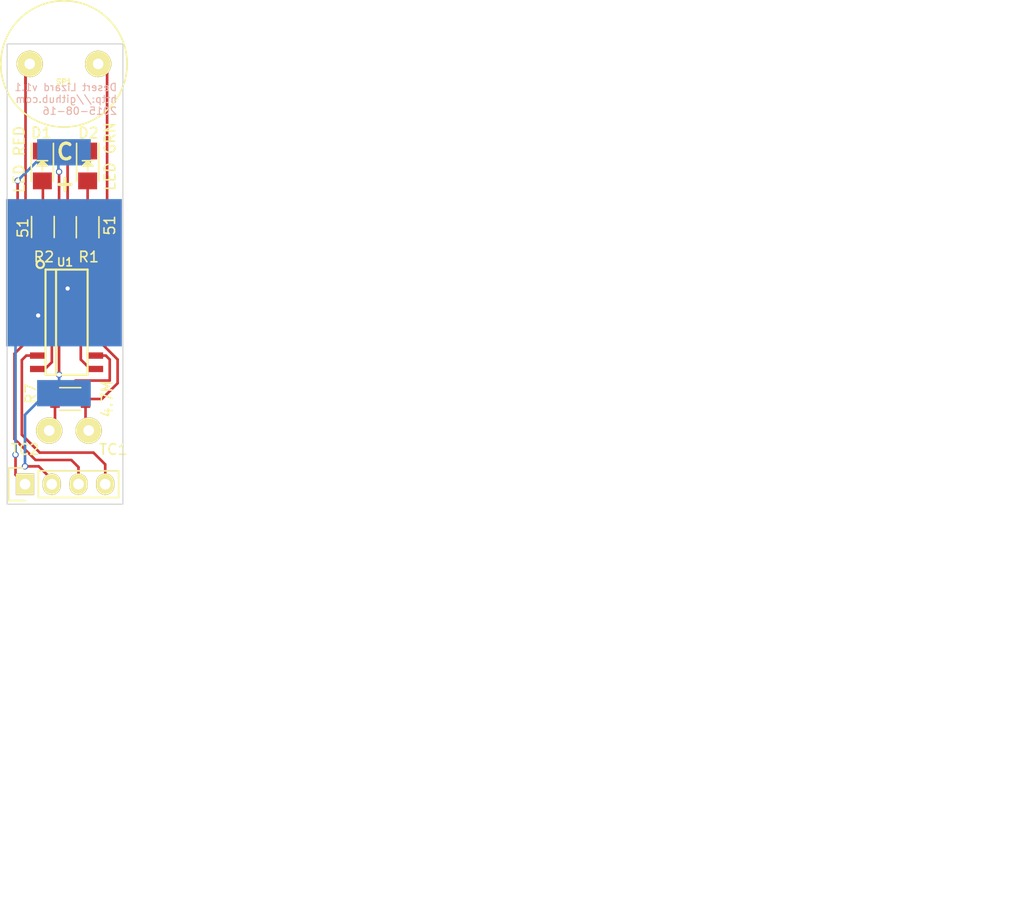
<source format=kicad_pcb>
(kicad_pcb (version 20171130) (host pcbnew "(5.1.12)-1")

  (general
    (thickness 1.6)
    (drawings 10)
    (tracks 109)
    (zones 0)
    (modules 11)
    (nets 14)
  )

  (page USLetter)
  (title_block
    (title "Desert Lizard")
    (date "Sun 16 August 2015")
    (rev 1.1)
    (company "Bart Massey")
  )

  (layers
    (0 F.Cu signal)
    (31 B.Cu signal)
    (32 B.Adhes user hide)
    (33 F.Adhes user hide)
    (34 B.Paste user hide)
    (35 F.Paste user hide)
    (36 B.SilkS user)
    (37 F.SilkS user)
    (38 B.Mask user)
    (39 F.Mask user)
    (40 Dwgs.User user hide)
    (41 Cmts.User user)
    (42 Eco1.User user hide)
    (43 Eco2.User user hide)
    (44 Edge.Cuts user)
    (45 Margin user hide)
    (46 B.CrtYd user hide)
    (47 F.CrtYd user hide)
    (48 B.Fab user hide)
    (49 F.Fab user hide)
  )

  (setup
    (last_trace_width 0.25)
    (trace_clearance 0.2)
    (zone_clearance 0.508)
    (zone_45_only no)
    (trace_min 0.2)
    (via_size 0.6)
    (via_drill 0.4)
    (via_min_size 0.4)
    (via_min_drill 0.3)
    (uvia_size 0.3)
    (uvia_drill 0.1)
    (uvias_allowed no)
    (uvia_min_size 0.2)
    (uvia_min_drill 0.1)
    (edge_width 0.1)
    (segment_width 0.2)
    (pcb_text_width 0.3)
    (pcb_text_size 1.5 1.5)
    (mod_edge_width 0.15)
    (mod_text_size 1 1)
    (mod_text_width 0.15)
    (pad_size 14 11)
    (pad_drill 0)
    (pad_to_mask_clearance 0)
    (aux_axis_origin 115.5 99.75)
    (visible_elements 7FFFFFFF)
    (pcbplotparams
      (layerselection 0x010f8_80000001)
      (usegerberextensions false)
      (usegerberattributes true)
      (usegerberadvancedattributes true)
      (creategerberjobfile true)
      (excludeedgelayer true)
      (linewidth 0.100000)
      (plotframeref false)
      (viasonmask false)
      (mode 1)
      (useauxorigin false)
      (hpglpennumber 1)
      (hpglpenspeed 20)
      (hpglpendiameter 15.000000)
      (psnegative false)
      (psa4output false)
      (plotreference true)
      (plotvalue true)
      (plotinvisibletext false)
      (padsonsilk false)
      (subtractmaskfromsilk false)
      (outputformat 1)
      (mirror false)
      (drillshape 0)
      (scaleselection 1)
      (outputdirectory "plot/"))
  )

  (net 0 "")
  (net 1 VDD)
  (net 2 GND)
  (net 3 "Net-(C4-Pad1)")
  (net 4 "Net-(D1-Pad2)")
  (net 5 "Net-(D2-Pad2)")
  (net 6 "Net-(SP1-Pad2)")
  (net 7 "Net-(R1-Pad2)")
  (net 8 "Net-(R2-Pad2)")
  (net 9 "Net-(C5-Pad1)")
  (net 10 "Net-(P1-Pad4)")
  (net 11 "Net-(SP1-Pad1)")
  (net 12 "Net-(U1-Pad13)")
  (net 13 "Net-(P1-Pad3)")

  (net_class Default "This is the default net class."
    (clearance 0.2)
    (trace_width 0.25)
    (via_dia 0.6)
    (via_drill 0.4)
    (uvia_dia 0.3)
    (uvia_drill 0.1)
    (add_net GND)
    (add_net "Net-(C4-Pad1)")
    (add_net "Net-(C5-Pad1)")
    (add_net "Net-(D1-Pad2)")
    (add_net "Net-(D2-Pad2)")
    (add_net "Net-(P1-Pad3)")
    (add_net "Net-(P1-Pad4)")
    (add_net "Net-(R1-Pad2)")
    (add_net "Net-(R2-Pad2)")
    (add_net "Net-(SP1-Pad1)")
    (add_net "Net-(SP1-Pad2)")
    (add_net "Net-(U1-Pad13)")
    (add_net VDD)
  )

  (module Resistors_SMD:R_1206 (layer F.Cu) (tedit 55C3CB4B) (tstamp 55C2F053)
    (at 123.15 117.175 270)
    (descr "Resistor SMD 1206, reflow soldering, Vishay (see dcrcw.pdf)")
    (tags "resistor 1206")
    (path /5576039B)
    (attr smd)
    (fp_text reference R1 (at 2.825 -0.1) (layer F.SilkS)
      (effects (font (size 1 1) (thickness 0.15)))
    )
    (fp_text value 51 (at -0.175 -2.1 270) (layer F.SilkS)
      (effects (font (size 1 1) (thickness 0.15)))
    )
    (fp_line (start -1 -1.075) (end 1 -1.075) (layer F.SilkS) (width 0.15))
    (fp_line (start 1 1.075) (end -1 1.075) (layer F.SilkS) (width 0.15))
    (fp_line (start 2.2 -1.2) (end 2.2 1.2) (layer F.CrtYd) (width 0.05))
    (fp_line (start -2.2 -1.2) (end -2.2 1.2) (layer F.CrtYd) (width 0.05))
    (fp_line (start -2.2 1.2) (end 2.2 1.2) (layer F.CrtYd) (width 0.05))
    (fp_line (start -2.2 -1.2) (end 2.2 -1.2) (layer F.CrtYd) (width 0.05))
    (pad 1 smd rect (at -1.45 0 270) (size 0.9 1.7) (layers F.Cu F.Paste F.Mask)
      (net 5 "Net-(D2-Pad2)"))
    (pad 2 smd rect (at 1.45 0 270) (size 0.9 1.7) (layers F.Cu F.Paste F.Mask)
      (net 7 "Net-(R1-Pad2)"))
    (model Resistors_SMD.3dshapes/R_1206.wrl
      (at (xyz 0 0 0))
      (scale (xyz 1 1 1))
      (rotate (xyz 0 0 0))
    )
  )

  (module pui-at-1224-twt-5v-2-r:PUI-AT-1224-TWT-5V-2-R (layer F.Cu) (tedit 5594E30D) (tstamp 55C2F08A)
    (at 120.9 101.65 180)
    (path /5594E1AE)
    (fp_text reference SP1 (at 0 -1.7 180) (layer F.SilkS)
      (effects (font (size 0.5 0.5) (thickness 0.125)))
    )
    (fp_text value SPEAKER (at 0 2 180) (layer F.SilkS) hide
      (effects (font (size 1 1) (thickness 0.15)))
    )
    (fp_circle (center 0 0) (end 6 0) (layer F.SilkS) (width 0.15))
    (pad 1 thru_hole circle (at -3.25 0 180) (size 2.5 2.5) (drill 1) (layers *.Cu *.Mask F.SilkS)
      (net 11 "Net-(SP1-Pad1)"))
    (pad 2 thru_hole circle (at 3.25 0 180) (size 2.5 2.5) (drill 1) (layers *.Cu *.Mask F.SilkS)
      (net 6 "Net-(SP1-Pad2)"))
  )

  (module LEDs:LED-1206 (layer F.Cu) (tedit 55C3CB31) (tstamp 55C2F017)
    (at 118.85 111.35 270)
    (descr "LED 1206 smd package")
    (tags "LED1206 SMD")
    (path /557668D5)
    (attr smd)
    (fp_text reference D1 (at -3.15 0.1) (layer F.SilkS)
      (effects (font (size 1 1) (thickness 0.15)))
    )
    (fp_text value "LED RED" (at -0.625 2.2 270) (layer F.SilkS)
      (effects (font (size 1 1) (thickness 0.15)))
    )
    (fp_line (start 2.5 1.25) (end 2.5 -1.25) (layer F.CrtYd) (width 0.05))
    (fp_line (start -2.5 1.25) (end 2.5 1.25) (layer F.CrtYd) (width 0.05))
    (fp_line (start -2.5 -1.25) (end -2.5 1.25) (layer F.CrtYd) (width 0.05))
    (fp_line (start 2.5 -1.25) (end -2.5 -1.25) (layer F.CrtYd) (width 0.05))
    (fp_line (start 0 0.5) (end -0.5 0) (layer F.SilkS) (width 0.15))
    (fp_line (start 0 -0.5) (end 0 0.5) (layer F.SilkS) (width 0.15))
    (fp_line (start -0.5 0) (end 0 -0.5) (layer F.SilkS) (width 0.15))
    (fp_line (start 0 0) (end 0.5 0) (layer F.SilkS) (width 0.15))
    (fp_line (start -0.5 -0.5) (end -0.5 0.5) (layer F.SilkS) (width 0.15))
    (fp_line (start -0.2 0.05) (end -0.25 0) (layer F.SilkS) (width 0.15))
    (fp_line (start -0.2 -0.2) (end -0.2 0.05) (layer F.SilkS) (width 0.15))
    (fp_line (start -0.4 0) (end -0.2 -0.2) (layer F.SilkS) (width 0.15))
    (fp_line (start -0.1 0.3) (end -0.4 0) (layer F.SilkS) (width 0.15))
    (fp_line (start -0.1 -0.3) (end -0.1 0.3) (layer F.SilkS) (width 0.15))
    (fp_line (start -2.15 -1.05) (end 1.45 -1.05) (layer F.SilkS) (width 0.15))
    (fp_line (start -2.15 1.05) (end 1.45 1.05) (layer F.SilkS) (width 0.15))
    (pad 2 smd rect (at 1.41986 0 90) (size 1.59766 1.80086) (layers F.Cu F.Paste F.Mask)
      (net 4 "Net-(D1-Pad2)"))
    (pad 1 smd rect (at -1.41986 0 90) (size 1.59766 1.80086) (layers F.Cu F.Paste F.Mask)
      (net 2 GND))
  )

  (module LEDs:LED-1206 (layer F.Cu) (tedit 55C3CB3F) (tstamp 55C2F02D)
    (at 123.15 111.35 270)
    (descr "LED 1206 smd package")
    (tags "LED1206 SMD")
    (path /557668E4)
    (attr smd)
    (fp_text reference D2 (at -3.125 -0.075) (layer F.SilkS)
      (effects (font (size 1 1) (thickness 0.15)))
    )
    (fp_text value "LED GRN" (at -0.9 -2.125 270) (layer F.SilkS)
      (effects (font (size 1 1) (thickness 0.15)))
    )
    (fp_line (start 2.5 1.25) (end 2.5 -1.25) (layer F.CrtYd) (width 0.05))
    (fp_line (start -2.5 1.25) (end 2.5 1.25) (layer F.CrtYd) (width 0.05))
    (fp_line (start -2.5 -1.25) (end -2.5 1.25) (layer F.CrtYd) (width 0.05))
    (fp_line (start 2.5 -1.25) (end -2.5 -1.25) (layer F.CrtYd) (width 0.05))
    (fp_line (start 0 0.5) (end -0.5 0) (layer F.SilkS) (width 0.15))
    (fp_line (start 0 -0.5) (end 0 0.5) (layer F.SilkS) (width 0.15))
    (fp_line (start -0.5 0) (end 0 -0.5) (layer F.SilkS) (width 0.15))
    (fp_line (start 0 0) (end 0.5 0) (layer F.SilkS) (width 0.15))
    (fp_line (start -0.5 -0.5) (end -0.5 0.5) (layer F.SilkS) (width 0.15))
    (fp_line (start -0.2 0.05) (end -0.25 0) (layer F.SilkS) (width 0.15))
    (fp_line (start -0.2 -0.2) (end -0.2 0.05) (layer F.SilkS) (width 0.15))
    (fp_line (start -0.4 0) (end -0.2 -0.2) (layer F.SilkS) (width 0.15))
    (fp_line (start -0.1 0.3) (end -0.4 0) (layer F.SilkS) (width 0.15))
    (fp_line (start -0.1 -0.3) (end -0.1 0.3) (layer F.SilkS) (width 0.15))
    (fp_line (start -2.15 -1.05) (end 1.45 -1.05) (layer F.SilkS) (width 0.15))
    (fp_line (start -2.15 1.05) (end 1.45 1.05) (layer F.SilkS) (width 0.15))
    (pad 2 smd rect (at 1.41986 0 90) (size 1.59766 1.80086) (layers F.Cu F.Paste F.Mask)
      (net 5 "Net-(D2-Pad2)"))
    (pad 1 smd rect (at -1.41986 0 90) (size 1.59766 1.80086) (layers F.Cu F.Paste F.Mask)
      (net 2 GND))
  )

  (module Resistors_SMD:R_1206 (layer F.Cu) (tedit 55C3CB02) (tstamp 55C2F05F)
    (at 118.9 117.15 270)
    (descr "Resistor SMD 1206, reflow soldering, Vishay (see dcrcw.pdf)")
    (tags "resistor 1206")
    (path /557603AA)
    (attr smd)
    (fp_text reference R2 (at 2.85 -0.1) (layer F.SilkS)
      (effects (font (size 1 1) (thickness 0.15)))
    )
    (fp_text value 51 (at 0.1 1.9 270) (layer F.SilkS)
      (effects (font (size 1 1) (thickness 0.15)))
    )
    (fp_line (start -1 -1.075) (end 1 -1.075) (layer F.SilkS) (width 0.15))
    (fp_line (start 1 1.075) (end -1 1.075) (layer F.SilkS) (width 0.15))
    (fp_line (start 2.2 -1.2) (end 2.2 1.2) (layer F.CrtYd) (width 0.05))
    (fp_line (start -2.2 -1.2) (end -2.2 1.2) (layer F.CrtYd) (width 0.05))
    (fp_line (start -2.2 1.2) (end 2.2 1.2) (layer F.CrtYd) (width 0.05))
    (fp_line (start -2.2 -1.2) (end 2.2 -1.2) (layer F.CrtYd) (width 0.05))
    (pad 1 smd rect (at -1.45 0 270) (size 0.9 1.7) (layers F.Cu F.Paste F.Mask)
      (net 4 "Net-(D1-Pad2)"))
    (pad 2 smd rect (at 1.45 0 270) (size 0.9 1.7) (layers F.Cu F.Paste F.Mask)
      (net 8 "Net-(R2-Pad2)"))
    (model Resistors_SMD.3dshapes/R_1206.wrl
      (at (xyz 0 0 0))
      (scale (xyz 1 1 1))
      (rotate (xyz 0 0 0))
    )
  )

  (module Wire_Pads:SolderWirePad_single_1mmDrill (layer F.Cu) (tedit 55CB7F13) (tstamp 55C2EFFC)
    (at 123.25 136.5)
    (path /5576296C)
    (fp_text reference C4 (at 0 -3.81) (layer F.SilkS) hide
      (effects (font (size 1 1) (thickness 0.15)))
    )
    (fp_text value TC1 (at 2.35 1.8) (layer F.SilkS)
      (effects (font (size 1 1) (thickness 0.15)))
    )
    (pad 1 thru_hole circle (at 0 0) (size 2.49936 2.49936) (drill 1.00076) (layers *.Cu *.Mask F.SilkS)
      (net 3 "Net-(C4-Pad1)"))
  )

  (module Wire_Pads:SolderWirePad_single_1mmDrill (layer F.Cu) (tedit 55CB7F0A) (tstamp 55C2F001)
    (at 119.5 136.5)
    (path /557A5A63)
    (fp_text reference C5 (at 0 -3.81) (layer F.SilkS) hide
      (effects (font (size 1 1) (thickness 0.15)))
    )
    (fp_text value TC2 (at -2.3 1.8) (layer F.SilkS)
      (effects (font (size 1 1) (thickness 0.15)))
    )
    (pad 1 thru_hole circle (at 0 0) (size 2.49936 2.49936) (drill 1.00076) (layers *.Cu *.Mask F.SilkS)
      (net 9 "Net-(C5-Pad1)"))
  )

  (module Resistors_SMD:R_1206 (layer F.Cu) (tedit 55CB7F45) (tstamp 55C2F083)
    (at 121.5 133.5 180)
    (descr "Resistor SMD 1206, reflow soldering, Vishay (see dcrcw.pdf)")
    (tags "resistor 1206")
    (path /557A5A69)
    (attr smd)
    (fp_text reference R7 (at 3.75 0.5 270) (layer F.SilkS)
      (effects (font (size 1 1) (thickness 0.15)))
    )
    (fp_text value 4.7M (at -3.5 0 270) (layer F.SilkS)
      (effects (font (size 1 1) (thickness 0.15)))
    )
    (fp_line (start -1 -1.075) (end 1 -1.075) (layer F.SilkS) (width 0.15))
    (fp_line (start 1 1.075) (end -1 1.075) (layer F.SilkS) (width 0.15))
    (fp_line (start 2.2 -1.2) (end 2.2 1.2) (layer F.CrtYd) (width 0.05))
    (fp_line (start -2.2 -1.2) (end -2.2 1.2) (layer F.CrtYd) (width 0.05))
    (fp_line (start -2.2 1.2) (end 2.2 1.2) (layer F.CrtYd) (width 0.05))
    (fp_line (start -2.2 -1.2) (end 2.2 -1.2) (layer F.CrtYd) (width 0.05))
    (pad 1 smd rect (at -1.45 0 180) (size 0.9 1.7) (layers F.Cu F.Paste F.Mask)
      (net 3 "Net-(C4-Pad1)"))
    (pad 2 smd rect (at 1.45 0 180) (size 0.9 1.7) (layers F.Cu F.Paste F.Mask)
      (net 9 "Net-(C5-Pad1)"))
    (model Resistors_SMD.3dshapes/R_1206.wrl
      (at (xyz 0 0 0))
      (scale (xyz 1 1 1))
      (rotate (xyz 0 0 0))
    )
  )

  (module soic16:soic16 (layer F.Cu) (tedit 55C3CBB3) (tstamp 55C2F0A4)
    (at 121.15 126.2)
    (path /557A8502)
    (solder_paste_margin -0.0508)
    (attr smd)
    (fp_text reference U1 (at -0.15 -5.7) (layer F.SilkS)
      (effects (font (size 0.762 0.762) (thickness 0.1524)))
    )
    (fp_text value EFM8BB1 (at 0 0) (layer F.SilkS) hide
      (effects (font (size 0.762 0.762) (thickness 0.1524)))
    )
    (fp_circle (center -2.5 -5.5) (end -2.25 -5.25) (layer F.SilkS) (width 0.2032))
    (fp_line (start 2 5) (end 2 -5) (layer F.SilkS) (width 0.2032))
    (fp_line (start -2 5) (end 2 5) (layer F.SilkS) (width 0.2032))
    (fp_line (start -2 -5) (end -2 5) (layer F.SilkS) (width 0.2032))
    (fp_line (start 2 -5) (end -2 -5) (layer F.SilkS) (width 0.2032))
    (fp_line (start -1 -5) (end -1 5) (layer F.SilkS) (width 0.2032))
    (pad 1 smd rect (at -2.7 -4.445) (size 1.55 0.6) (layers F.Cu F.Paste F.Mask)
      (net 6 "Net-(SP1-Pad2)"))
    (pad 2 smd rect (at -2.7 -3.175) (size 1.55 0.6) (layers F.Cu F.Paste F.Mask))
    (pad 3 smd rect (at -2.7 -1.905) (size 1.55 0.6) (layers F.Cu F.Paste F.Mask))
    (pad 4 smd rect (at -2.7 -0.635) (size 1.55 0.6) (layers F.Cu F.Paste F.Mask)
      (net 2 GND))
    (pad 5 smd rect (at -2.7 0.635) (size 1.55 0.6) (layers F.Cu F.Paste F.Mask)
      (net 1 VDD))
    (pad 6 smd rect (at -2.7 1.905) (size 1.55 0.6) (layers F.Cu F.Paste F.Mask)
      (net 13 "Net-(P1-Pad3)"))
    (pad 7 smd rect (at -2.7 3.175) (size 1.55 0.6) (layers F.Cu F.Paste F.Mask)
      (net 10 "Net-(P1-Pad4)"))
    (pad 8 smd rect (at -2.7 4.445) (size 1.55 0.6) (layers F.Cu F.Paste F.Mask)
      (net 8 "Net-(R2-Pad2)"))
    (pad 9 smd rect (at 2.7 4.445) (size 1.55 0.6) (layers F.Cu F.Paste F.Mask)
      (net 7 "Net-(R1-Pad2)"))
    (pad 10 smd rect (at 2.7 3.175) (size 1.55 0.6) (layers F.Cu F.Paste F.Mask)
      (net 9 "Net-(C5-Pad1)"))
    (pad 11 smd rect (at 2.7 1.905) (size 1.55 0.6) (layers F.Cu F.Paste F.Mask)
      (net 3 "Net-(C4-Pad1)"))
    (pad 12 smd rect (at 2.7 0.635) (size 1.55 0.6) (layers F.Cu F.Paste F.Mask))
    (pad 13 smd rect (at 2.7 -0.635) (size 1.55 0.6) (layers F.Cu F.Paste F.Mask)
      (net 12 "Net-(U1-Pad13)"))
    (pad 14 smd rect (at 2.7 -1.905) (size 1.55 0.6) (layers F.Cu F.Paste F.Mask))
    (pad 15 smd rect (at 2.7 -3.175) (size 1.55 0.6) (layers F.Cu F.Paste F.Mask))
    (pad 16 smd rect (at 2.7 -4.445) (size 1.55 0.6) (layers F.Cu F.Paste F.Mask)
      (net 11 "Net-(SP1-Pad1)"))
  )

  (module linx-bat-hld-001:linx-bat-hld-001 (layer B.Cu) (tedit 55D1391C) (tstamp 55CAE87A)
    (at 120.9 121.5 90)
    (path /55778528)
    (fp_text reference BT1 (at 0 -10.16 90) (layer B.SilkS) hide
      (effects (font (size 1 1) (thickness 0.15)) (justify mirror))
    )
    (fp_text value BATTERY (at 0 10.16 90) (layer B.SilkS) hide
      (effects (font (size 1 1) (thickness 0.15)) (justify mirror))
    )
    (pad 2 smd rect (at 0 0 90) (size 14 11) (layers B.Cu B.Paste B.Mask)
      (net 2 GND))
    (pad 1 smd rect (at -11.45 0 90) (size 2.5 5.1) (layers B.Cu B.Paste B.Mask)
      (net 1 VDD))
    (pad 1 smd rect (at 11.45 0 90) (size 2.5 5.1) (layers B.Cu B.Paste B.Mask)
      (net 1 VDD))
  )

  (module Pin_Headers:Pin_Header_Straight_1x04 (layer F.Cu) (tedit 55D12E1C) (tstamp 55D12C50)
    (at 117.2 141.6 90)
    (descr "Through hole pin header")
    (tags "pin header")
    (path /55D12E43)
    (fp_text reference P1 (at 0 -5.1 90) (layer F.SilkS) hide
      (effects (font (size 1 1) (thickness 0.15)))
    )
    (fp_text value DEBUG (at 0 -3.1 90) (layer F.Fab) hide
      (effects (font (size 1 1) (thickness 0.15)))
    )
    (fp_line (start -1.55 -1.55) (end 1.55 -1.55) (layer F.SilkS) (width 0.15))
    (fp_line (start -1.55 0) (end -1.55 -1.55) (layer F.SilkS) (width 0.15))
    (fp_line (start 1.27 1.27) (end -1.27 1.27) (layer F.SilkS) (width 0.15))
    (fp_line (start -1.27 8.89) (end 1.27 8.89) (layer F.SilkS) (width 0.15))
    (fp_line (start 1.55 -1.55) (end 1.55 0) (layer F.SilkS) (width 0.15))
    (fp_line (start 1.27 1.27) (end 1.27 8.89) (layer F.SilkS) (width 0.15))
    (fp_line (start -1.27 1.27) (end -1.27 8.89) (layer F.SilkS) (width 0.15))
    (fp_line (start -1.75 9.4) (end 1.75 9.4) (layer F.CrtYd) (width 0.05))
    (fp_line (start -1.75 -1.75) (end 1.75 -1.75) (layer F.CrtYd) (width 0.05))
    (fp_line (start 1.75 -1.75) (end 1.75 9.4) (layer F.CrtYd) (width 0.05))
    (fp_line (start -1.75 -1.75) (end -1.75 9.4) (layer F.CrtYd) (width 0.05))
    (pad 1 thru_hole rect (at 0 0 90) (size 2.032 1.7272) (drill 1.016) (layers *.Cu *.Mask F.SilkS)
      (net 2 GND))
    (pad 2 thru_hole oval (at 0 2.54 90) (size 2.032 1.7272) (drill 1.016) (layers *.Cu *.Mask F.SilkS)
      (net 1 VDD))
    (pad 3 thru_hole oval (at 0 5.08 90) (size 2.032 1.7272) (drill 1.016) (layers *.Cu *.Mask F.SilkS)
      (net 13 "Net-(P1-Pad3)"))
    (pad 4 thru_hole oval (at 0 7.62 90) (size 2.032 1.7272) (drill 1.016) (layers *.Cu *.Mask F.SilkS)
      (net 10 "Net-(P1-Pad4)"))
    (model Pin_Headers.3dshapes/Pin_Header_Straight_1x04.wrl
      (offset (xyz 0 -3.809999942779541 0))
      (scale (xyz 1 1 1))
      (rotate (xyz 0 0 90))
    )
  )

  (gr_line (start 115.5 143.5) (end 115.5 137.5) (angle 90) (layer Edge.Cuts) (width 0.1))
  (gr_line (start 126.5 143.5) (end 115.5 143.5) (angle 90) (layer Edge.Cuts) (width 0.1))
  (gr_line (start 126.5 137.5) (end 126.5 143.5) (angle 90) (layer Edge.Cuts) (width 0.1))
  (gr_line (start 126.5 137.5) (end 126.5 99.75) (angle 90) (layer Edge.Cuts) (width 0.1))
  (gr_line (start 115.5 99.75) (end 115.5 137.5) (angle 90) (layer Edge.Cuts) (width 0.1))
  (gr_line (start 115.5 99.75) (end 126.5 99.75) (angle 90) (layer Edge.Cuts) (width 0.1))
  (gr_text C (at 121 110) (layer F.SilkS)
    (effects (font (size 1.5 1.5) (thickness 0.3)))
  )
  (gr_text + (at 121 113) (layer F.SilkS)
    (effects (font (size 1.5 1.5) (thickness 0.3)))
  )
  (gr_text "Desert Lizard v1.1\nhttp://github.com\n2015-08-16" (at 126 105) (layer B.SilkS)
    (effects (font (size 0.7 0.7) (thickness 0.1)) (justify left mirror))
  )
  (gr_text "Copyright © 2015 Bart Massey\nhttp://github.com/DesertLizard/LizardBoard\nOpen Hardware: see repo for license terms\n" (at 160.6 177.7) (layer Cmts.User)
    (effects (font (size 1.5 1.5) (thickness 0.3)) (justify left))
  )

  (segment (start 120.4375 111.9) (end 120.4375 131.1937) (width 0.25) (layer F.Cu) (net 1))
  (segment (start 120.4875 132.95) (end 120.4375 132.9) (width 0.25) (layer B.Cu) (net 1))
  (segment (start 120.4375 132.9) (end 120.4375 131.1937) (width 0.25) (layer B.Cu) (net 1))
  (segment (start 120.3752 110.1) (end 120.3752 111.8377) (width 0.25) (layer B.Cu) (net 1))
  (segment (start 120.3752 111.8377) (end 120.4375 111.9) (width 0.25) (layer B.Cu) (net 1))
  (segment (start 120.3752 110.1) (end 120.85 110.1) (width 0.25) (layer B.Cu) (net 1))
  (segment (start 116.5 112.75) (end 119.15 110.1) (width 0.25) (layer B.Cu) (net 1))
  (segment (start 119.15 110.1) (end 120.3752 110.1) (width 0.25) (layer B.Cu) (net 1))
  (segment (start 120.4875 132.95) (end 120.9 132.95) (width 0.25) (layer B.Cu) (net 1))
  (segment (start 120.075 132.95) (end 120.4875 132.95) (width 0.25) (layer B.Cu) (net 1))
  (segment (start 117.2 139.9) (end 117.2 135) (width 0.25) (layer B.Cu) (net 1))
  (segment (start 117.2 135) (end 119.25 132.95) (width 0.25) (layer B.Cu) (net 1))
  (segment (start 119.25 132.95) (end 120.075 132.95) (width 0.25) (layer B.Cu) (net 1))
  (segment (start 120.075 133) (end 121.25 133) (width 0.25) (layer B.Cu) (net 1))
  (segment (start 119.95 133) (end 120.075 133) (width 0.25) (layer B.Cu) (net 1))
  (segment (start 120.075 132.95) (end 120.075 133) (width 0.25) (layer B.Cu) (net 1))
  (segment (start 120.85 110.1) (end 120.9 110.05) (width 0.25) (layer B.Cu) (net 1))
  (segment (start 120.85 110.1) (end 121.25 110.1) (width 0.25) (layer B.Cu) (net 1))
  (segment (start 118.45 126.835) (end 117.335 126.835) (width 0.25) (layer F.Cu) (net 1))
  (segment (start 117.335 126.835) (end 116.5 126) (width 0.25) (layer F.Cu) (net 1))
  (segment (start 116.5 126) (end 116.5 112.75) (width 0.25) (layer F.Cu) (net 1))
  (segment (start 118.45 126.835) (end 118.925 126.835) (width 0.25) (layer F.Cu) (net 1))
  (segment (start 119.74 141.6) (end 119.74 141.14) (width 0.25) (layer F.Cu) (net 1))
  (segment (start 119.74 141.14) (end 118.5 139.9) (width 0.25) (layer F.Cu) (net 1))
  (segment (start 118.5 139.9) (end 117.2 139.9) (width 0.25) (layer F.Cu) (net 1))
  (via (at 120.4375 111.9) (size 0.6) (layers F.Cu B.Cu) (net 1))
  (via (at 120.4375 131.1937) (size 0.6) (layers F.Cu B.Cu) (net 1))
  (via (at 116.5 112.75) (size 0.6) (layers F.Cu B.Cu) (net 1))
  (via (at 117.2 139.9) (size 0.6) (layers F.Cu B.Cu) (net 1))
  (segment (start 118.8501 109.93) (end 118.85 109.9301) (width 0.25) (layer F.Cu) (net 2))
  (segment (start 121 109.93) (end 118.8501 109.93) (width 0.25) (layer F.Cu) (net 2))
  (segment (start 118.8501 109.93) (end 118.85 109.93) (width 0.25) (layer F.Cu) (net 2))
  (segment (start 118.6 123.8) (end 119.485 123.8) (width 0.25) (layer B.Cu) (net 2))
  (segment (start 119.485 123.8) (end 119.85 124.165) (width 0.25) (layer B.Cu) (net 2))
  (segment (start 118.6 123.8) (end 120.9 121.5) (width 0.25) (layer B.Cu) (net 2))
  (segment (start 116.3 138.8) (end 116.3 126.1) (width 0.25) (layer B.Cu) (net 2))
  (segment (start 116.3 126.1) (end 118.6 123.8) (width 0.25) (layer B.Cu) (net 2))
  (segment (start 119.85 124.165) (end 120.085 124.165) (width 0.25) (layer B.Cu) (net 2))
  (segment (start 120.085 124.165) (end 121.25 123) (width 0.25) (layer B.Cu) (net 2))
  (segment (start 119.85 124.165) (end 121.25 122.765) (width 0.25) (layer B.Cu) (net 2))
  (segment (start 118.45 125.565) (end 119.85 124.165) (width 0.25) (layer B.Cu) (net 2))
  (segment (start 123.1499 109.93) (end 123.15 109.9301) (width 0.25) (layer F.Cu) (net 2))
  (segment (start 123.1499 109.93) (end 121 109.93) (width 0.25) (layer F.Cu) (net 2))
  (segment (start 123.15 109.93) (end 123.1499 109.93) (width 0.25) (layer F.Cu) (net 2))
  (segment (start 121 109.93) (end 121.25 110.18) (width 0.25) (layer F.Cu) (net 2))
  (segment (start 121.25 110.18) (end 121.25 123) (width 0.25) (layer F.Cu) (net 2))
  (segment (start 117.2 141.6) (end 116.3 140.7) (width 0.25) (layer F.Cu) (net 2))
  (segment (start 116.3 140.7) (end 116.3 138.8) (width 0.25) (layer F.Cu) (net 2))
  (via (at 121.25 123) (size 0.6) (layers F.Cu B.Cu) (net 2))
  (via (at 118.45 125.565) (size 0.6) (layers F.Cu B.Cu) (net 2))
  (via (at 116.3 138.8) (size 0.6) (layers F.Cu B.Cu) (net 2))
  (segment (start 123 136.25) (end 123.25 136.5) (width 0.25) (layer F.Cu) (net 3))
  (segment (start 122.95 136.2) (end 123 136.25) (width 0.25) (layer F.Cu) (net 3))
  (segment (start 122.95 133.5) (end 122.95 136.2) (width 0.25) (layer F.Cu) (net 3))
  (segment (start 122.95 136.2) (end 123 136.25) (width 0.25) (layer F.Cu) (net 3))
  (segment (start 123.85 128.105) (end 124.605 128.105) (width 0.25) (layer F.Cu) (net 3))
  (segment (start 123.85 128.105) (end 124.355 128.105) (width 0.25) (layer F.Cu) (net 3))
  (segment (start 124.355 128.105) (end 126 129.75) (width 0.25) (layer F.Cu) (net 3))
  (segment (start 126 129.75) (end 126 132) (width 0.25) (layer F.Cu) (net 3))
  (segment (start 126 132) (end 124.5 133.5) (width 0.25) (layer F.Cu) (net 3))
  (segment (start 124.5 133.5) (end 122.95 133.5) (width 0.25) (layer F.Cu) (net 3))
  (segment (start 118.85 112.77) (end 118.85 112.7699) (width 0.25) (layer F.Cu) (net 4))
  (segment (start 118.9 115.7) (end 118.9 112.82) (width 0.25) (layer F.Cu) (net 4))
  (segment (start 118.9 112.82) (end 118.85 112.77) (width 0.25) (layer F.Cu) (net 4))
  (segment (start 123.15 112.77) (end 123.15 112.7699) (width 0.25) (layer F.Cu) (net 5))
  (segment (start 123.15 115.725) (end 123.15 112.77) (width 0.25) (layer F.Cu) (net 5))
  (segment (start 117.65 101.65) (end 117.25 102.05) (width 0.25) (layer F.Cu) (net 6))
  (segment (start 117.25 102.05) (end 117.25 103.5) (width 0.25) (layer F.Cu) (net 6))
  (segment (start 118.45 121.755) (end 117.25 120.555) (width 0.25) (layer F.Cu) (net 6))
  (segment (start 117.25 120.555) (end 117.25 103.5) (width 0.25) (layer F.Cu) (net 6))
  (segment (start 117.25 103.5) (end 117.25 102.05) (width 0.25) (layer F.Cu) (net 6))
  (segment (start 123.85 130.645) (end 123.395 130.645) (width 0.25) (layer F.Cu) (net 7))
  (segment (start 123.395 130.645) (end 122.5 129.75) (width 0.25) (layer F.Cu) (net 7))
  (segment (start 122.5 129.75) (end 122.5 119.275) (width 0.25) (layer F.Cu) (net 7))
  (segment (start 122.5 119.275) (end 123.15 118.625) (width 0.25) (layer F.Cu) (net 7))
  (segment (start 123.15 118.65) (end 123.15 118.625) (width 0.25) (layer F.Cu) (net 7))
  (segment (start 118.45 130.645) (end 119.105 130.645) (width 0.25) (layer F.Cu) (net 8))
  (segment (start 119.105 130.645) (end 119.75 130) (width 0.25) (layer F.Cu) (net 8))
  (segment (start 119.75 130) (end 119.75 119.45) (width 0.25) (layer F.Cu) (net 8))
  (segment (start 119.75 119.45) (end 118.9 118.6) (width 0.25) (layer F.Cu) (net 8))
  (segment (start 119.75 136.25) (end 119.5 136.5) (width 0.25) (layer F.Cu) (net 9))
  (segment (start 120.05 135.95) (end 119.75 136.25) (width 0.25) (layer F.Cu) (net 9))
  (segment (start 120.05 133.5) (end 120.05 135.95) (width 0.25) (layer F.Cu) (net 9))
  (segment (start 120.05 135.95) (end 119.75 136.25) (width 0.25) (layer F.Cu) (net 9))
  (segment (start 123.85 129.375) (end 124.875 129.375) (width 0.25) (layer F.Cu) (net 9))
  (segment (start 124.875 129.375) (end 125.25 129.75) (width 0.25) (layer F.Cu) (net 9))
  (segment (start 125.25 129.75) (end 125.25 131.75) (width 0.25) (layer F.Cu) (net 9))
  (segment (start 125.25 131.75) (end 122 131.75) (width 0.25) (layer F.Cu) (net 9))
  (segment (start 122 131.75) (end 120.25 133.5) (width 0.25) (layer F.Cu) (net 9))
  (segment (start 120.25 133.5) (end 120.05 133.5) (width 0.25) (layer F.Cu) (net 9))
  (segment (start 124.82 141.6) (end 124.82 139.72) (width 0.25) (layer F.Cu) (net 10))
  (segment (start 124.82 139.72) (end 123.7 138.6) (width 0.25) (layer F.Cu) (net 10))
  (segment (start 123.7 138.6) (end 118.6 138.6) (width 0.25) (layer F.Cu) (net 10))
  (segment (start 118.6 138.6) (end 116.9 136.9) (width 0.25) (layer F.Cu) (net 10))
  (segment (start 116.9 136.9) (end 116.9 129.8) (width 0.25) (layer F.Cu) (net 10))
  (segment (start 116.9 129.8) (end 117.325 129.375) (width 0.25) (layer F.Cu) (net 10))
  (segment (start 117.325 129.375) (end 118.45 129.375) (width 0.25) (layer F.Cu) (net 10))
  (segment (start 124.75 102.25) (end 124.15 101.65) (width 0.25) (layer F.Cu) (net 11))
  (segment (start 123.85 121.755) (end 125 120.605) (width 0.25) (layer F.Cu) (net 11))
  (segment (start 125 120.605) (end 125 102.5) (width 0.25) (layer F.Cu) (net 11))
  (segment (start 125 102.5) (end 124.75 102.25) (width 0.25) (layer F.Cu) (net 11))
  (segment (start 124.75 102.25) (end 124.15 101.65) (width 0.25) (layer F.Cu) (net 11))
  (segment (start 122.28 141.6) (end 122.28 139.98) (width 0.25) (layer F.Cu) (net 13))
  (segment (start 122.28 139.98) (end 121.6 139.3) (width 0.25) (layer F.Cu) (net 13))
  (segment (start 121.6 139.3) (end 118.2 139.3) (width 0.25) (layer F.Cu) (net 13))
  (segment (start 118.2 139.3) (end 116.2 137.3) (width 0.25) (layer F.Cu) (net 13))
  (segment (start 116.2 137.3) (end 116.2 129.2) (width 0.25) (layer F.Cu) (net 13))
  (segment (start 116.2 129.2) (end 117.295 128.105) (width 0.25) (layer F.Cu) (net 13))
  (segment (start 117.295 128.105) (end 118.45 128.105) (width 0.25) (layer F.Cu) (net 13))

)

</source>
